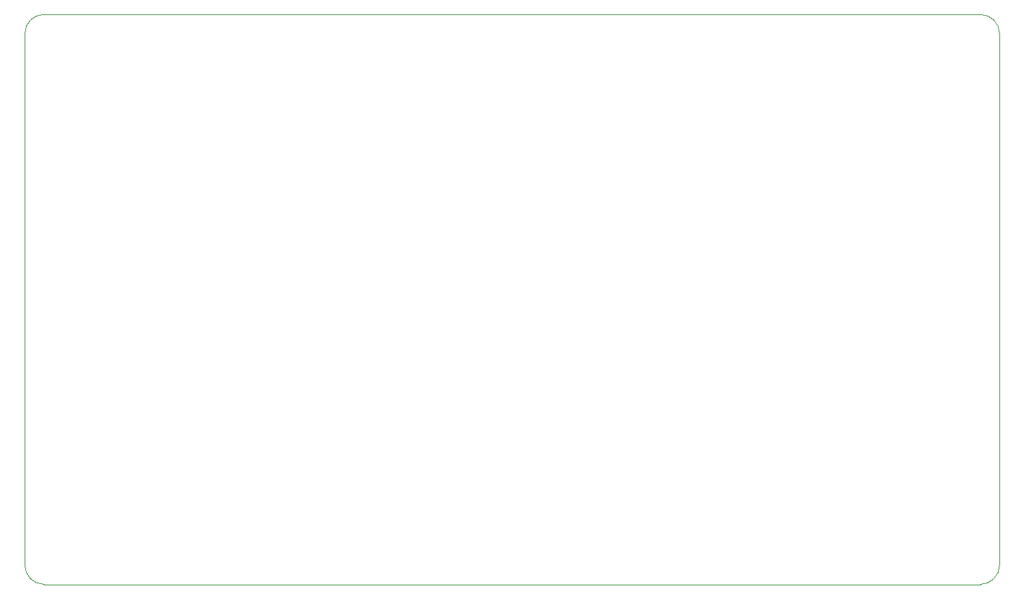
<source format=gm1>
%TF.GenerationSoftware,KiCad,Pcbnew,(6.0.8)*%
%TF.CreationDate,2022-10-24T13:17:52-06:00*%
%TF.ProjectId,pcb,7063622e-6b69-4636-9164-5f7063625858,rev?*%
%TF.SameCoordinates,Original*%
%TF.FileFunction,Profile,NP*%
%FSLAX46Y46*%
G04 Gerber Fmt 4.6, Leading zero omitted, Abs format (unit mm)*
G04 Created by KiCad (PCBNEW (6.0.8)) date 2022-10-24 13:17:52*
%MOMM*%
%LPD*%
G01*
G04 APERTURE LIST*
%TA.AperFunction,Profile*%
%ADD10C,0.100000*%
%TD*%
G04 APERTURE END LIST*
D10*
X84137500Y-59531250D02*
X200025000Y-59531250D01*
X81756250Y-127793750D02*
X81756250Y-61912500D01*
X84137500Y-59531250D02*
G75*
G03*
X81756250Y-61912500I0J-2381250D01*
G01*
X202406250Y-61912500D02*
G75*
G03*
X200025000Y-59531250I-2381250J0D01*
G01*
X200025000Y-130175000D02*
X84137500Y-130175000D01*
X81756200Y-127793750D02*
G75*
G03*
X84137500Y-130175000I2381300J50D01*
G01*
X202406250Y-61912500D02*
X202406250Y-127793750D01*
X200025000Y-130174950D02*
G75*
G03*
X202406250Y-127793750I0J2381250D01*
G01*
M02*

</source>
